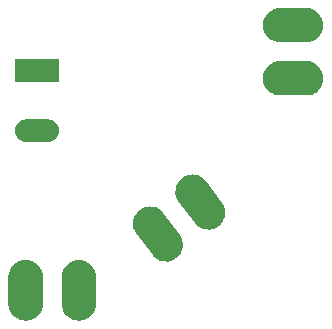
<source format=gbr>
From ec28fcd9f905358759eea98161f451567135d17e Mon Sep 17 00:00:00 2001
From: jaseg <git@jaseg.de>
Date: Sun, 27 Aug 2023 22:31:09 +0200
Subject: new driver blinkenlights

---
 corner/gerber/corner-B.Mask.gbr | 423 ----------------------------------------
 1 file changed, 423 deletions(-)
 delete mode 100644 corner/gerber/corner-B.Mask.gbr

(limited to 'corner/gerber/corner-B.Mask.gbr')

diff --git a/corner/gerber/corner-B.Mask.gbr b/corner/gerber/corner-B.Mask.gbr
deleted file mode 100644
index 9297b4a..0000000
--- a/corner/gerber/corner-B.Mask.gbr
+++ /dev/null
@@ -1,423 +0,0 @@
-G04 #@! TF.GenerationSoftware,KiCad,Pcbnew,(5.0.1)*
-G04 #@! TF.CreationDate,2018-11-27T11:01:09+09:00*
-G04 #@! TF.ProjectId,corner,636F726E65722E6B696361645F706362,rev?*
-G04 #@! TF.SameCoordinates,Original*
-G04 #@! TF.FileFunction,Soldermask,Bot*
-G04 #@! TF.FilePolarity,Negative*
-%FSLAX46Y46*%
-G04 Gerber Fmt 4.6, Leading zero omitted, Abs format (unit mm)*
-G04 Created by KiCad (PCBNEW (5.0.1)) date Tue Nov 27 11:01:09 2018*
-%MOMM*%
-%LPD*%
-G01*
-G04 APERTURE LIST*
-%ADD10C,0.100000*%
-G04 APERTURE END LIST*
-D10*
-G36*
-X152334446Y-62069995D02*
-X152496524Y-62119161D01*
-X152607961Y-62152965D01*
-X152742697Y-62224984D01*
-X152860033Y-62287701D01*
-X152860035Y-62287702D01*
-X152860034Y-62287702D01*
-X153080976Y-62469024D01*
-X153262298Y-62689966D01*
-X153397035Y-62942039D01*
-X153397035Y-62942040D01*
-X153480005Y-63215554D01*
-X153501000Y-63428724D01*
-X153501000Y-65771276D01*
-X153480005Y-65984446D01*
-X153424692Y-66166789D01*
-X153397035Y-66257961D01*
-X153325016Y-66392697D01*
-X153262300Y-66510032D01*
-X153262298Y-66510034D01*
-X153080976Y-66730976D01*
-X152860034Y-66912298D01*
-X152607960Y-67047035D01*
-X152516788Y-67074692D01*
-X152334445Y-67130005D01*
-X152050000Y-67158020D01*
-X151765554Y-67130005D01*
-X151583211Y-67074692D01*
-X151492039Y-67047035D01*
-X151357303Y-66975016D01*
-X151239967Y-66912299D01*
-X151206371Y-66884728D01*
-X151019024Y-66730976D01*
-X150837702Y-66510034D01*
-X150702965Y-66257960D01*
-X150675308Y-66166788D01*
-X150619995Y-65984445D01*
-X150599000Y-65771275D01*
-X150599001Y-63428724D01*
-X150619996Y-63215554D01*
-X150702966Y-62942040D01*
-X150702966Y-62942039D01*
-X150837703Y-62689966D01*
-X151019025Y-62469024D01*
-X151239967Y-62287702D01*
-X151239966Y-62287702D01*
-X151239968Y-62287701D01*
-X151357304Y-62224984D01*
-X151492040Y-62152965D01*
-X151603477Y-62119161D01*
-X151765555Y-62069995D01*
-X152050000Y-62041980D01*
-X152334446Y-62069995D01*
-X152334446Y-62069995D01*
-G37*
-G36*
-X156834446Y-62069995D02*
-X156996524Y-62119161D01*
-X157107961Y-62152965D01*
-X157242697Y-62224984D01*
-X157360033Y-62287701D01*
-X157360035Y-62287702D01*
-X157360034Y-62287702D01*
-X157580976Y-62469024D01*
-X157762298Y-62689966D01*
-X157897035Y-62942039D01*
-X157897035Y-62942040D01*
-X157980005Y-63215554D01*
-X158001000Y-63428724D01*
-X158001000Y-65771276D01*
-X157980005Y-65984446D01*
-X157924692Y-66166789D01*
-X157897035Y-66257961D01*
-X157825016Y-66392697D01*
-X157762300Y-66510032D01*
-X157762298Y-66510034D01*
-X157580976Y-66730976D01*
-X157360034Y-66912298D01*
-X157107960Y-67047035D01*
-X157016788Y-67074692D01*
-X156834445Y-67130005D01*
-X156550000Y-67158020D01*
-X156265554Y-67130005D01*
-X156083211Y-67074692D01*
-X155992039Y-67047035D01*
-X155857303Y-66975016D01*
-X155739967Y-66912299D01*
-X155706371Y-66884728D01*
-X155519024Y-66730976D01*
-X155337702Y-66510034D01*
-X155202965Y-66257960D01*
-X155175308Y-66166788D01*
-X155119995Y-65984445D01*
-X155099000Y-65771275D01*
-X155099001Y-63428724D01*
-X155119996Y-63215554D01*
-X155202966Y-62942040D01*
-X155202966Y-62942039D01*
-X155337703Y-62689966D01*
-X155519025Y-62469024D01*
-X155739967Y-62287702D01*
-X155739966Y-62287702D01*
-X155739968Y-62287701D01*
-X155857304Y-62224984D01*
-X155992040Y-62152965D01*
-X156103477Y-62119161D01*
-X156265555Y-62069995D01*
-X156550000Y-62041980D01*
-X156834446Y-62069995D01*
-X156834446Y-62069995D01*
-G37*
-G36*
-X162766452Y-57505613D02*
-X162793992Y-57506755D01*
-X163071768Y-57574084D01*
-X163331069Y-57694310D01*
-X163331073Y-57694313D01*
-X163561941Y-57862818D01*
-X163561945Y-57862822D01*
-X163706995Y-58020424D01*
-X165116781Y-59891270D01*
-X165201271Y-60029824D01*
-X165228303Y-60074152D01*
-X165297480Y-60262932D01*
-X165326646Y-60342524D01*
-X165370741Y-60624919D01*
-X165358897Y-60910502D01*
-X165291568Y-61188274D01*
-X165291567Y-61188277D01*
-X165171339Y-61447583D01*
-X165002834Y-61678451D01*
-X164906779Y-61766854D01*
-X164792525Y-61872009D01*
-X164548497Y-62020819D01*
-X164336699Y-62098430D01*
-X164280124Y-62119162D01*
-X163997730Y-62163257D01*
-X163997725Y-62163257D01*
-X163819241Y-62155854D01*
-X163712147Y-62151413D01*
-X163434375Y-62084084D01*
-X163434374Y-62084083D01*
-X163434372Y-62084083D01*
-X163175065Y-61963855D01*
-X162944198Y-61795350D01*
-X162836610Y-61678452D01*
-X162799139Y-61637738D01*
-X161389356Y-59766892D01*
-X161277839Y-59584018D01*
-X161277837Y-59584015D01*
-X161179495Y-59315644D01*
-X161179494Y-59315642D01*
-X161150970Y-59132966D01*
-X161135398Y-59033244D01*
-X161147243Y-58747669D01*
-X161147243Y-58747666D01*
-X161214572Y-58469890D01*
-X161334798Y-58210589D01*
-X161473595Y-58020424D01*
-X161503306Y-57979717D01*
-X161713615Y-57786159D01*
-X161957643Y-57637349D01*
-X162169441Y-57559738D01*
-X162226016Y-57539006D01*
-X162432558Y-57506755D01*
-X162508414Y-57494910D01*
-X162766452Y-57505613D01*
-X162766452Y-57505613D01*
-G37*
-G36*
-X166360312Y-54797445D02*
-X166387852Y-54798587D01*
-X166665628Y-54865916D01*
-X166924929Y-54986142D01*
-X166924933Y-54986145D01*
-X167155801Y-55154650D01*
-X167155805Y-55154654D01*
-X167300855Y-55312256D01*
-X168710641Y-57183102D01*
-X168795131Y-57321656D01*
-X168822163Y-57365984D01*
-X168885566Y-57539007D01*
-X168920506Y-57634356D01*
-X168964601Y-57916751D01*
-X168952757Y-58202334D01*
-X168887904Y-58469890D01*
-X168885427Y-58480109D01*
-X168765199Y-58739415D01*
-X168596694Y-58970283D01*
-X168528284Y-59033244D01*
-X168386385Y-59163841D01*
-X168142357Y-59312651D01*
-X167930559Y-59390262D01*
-X167873984Y-59410994D01*
-X167591590Y-59455089D01*
-X167591585Y-59455089D01*
-X167413101Y-59447686D01*
-X167306007Y-59443245D01*
-X167028235Y-59375916D01*
-X167028234Y-59375915D01*
-X167028232Y-59375915D01*
-X166768925Y-59255687D01*
-X166538058Y-59087182D01*
-X166538056Y-59087180D01*
-X166392999Y-58929570D01*
-X164983216Y-57058724D01*
-X164871699Y-56875850D01*
-X164871697Y-56875847D01*
-X164773355Y-56607476D01*
-X164773354Y-56607474D01*
-X164729259Y-56325080D01*
-X164729258Y-56325076D01*
-X164741103Y-56039501D01*
-X164741103Y-56039498D01*
-X164808432Y-55761722D01*
-X164928658Y-55502421D01*
-X165067455Y-55312256D01*
-X165097166Y-55271549D01*
-X165307475Y-55077991D01*
-X165551503Y-54929181D01*
-X165763301Y-54851570D01*
-X165819876Y-54830838D01*
-X166026418Y-54798587D01*
-X166102274Y-54786742D01*
-X166360312Y-54797445D01*
-X166360312Y-54797445D01*
-G37*
-G36*
-X154086425Y-50142760D02*
-X154086428Y-50142761D01*
-X154086429Y-50142761D01*
-X154265693Y-50197140D01*
-X154265695Y-50197141D01*
-X154430905Y-50285448D01*
-X154575712Y-50404288D01*
-X154694552Y-50549095D01*
-X154782859Y-50714305D01*
-X154837240Y-50893575D01*
-X154855601Y-51080000D01*
-X154837240Y-51266425D01*
-X154782859Y-51445695D01*
-X154694552Y-51610905D01*
-X154575712Y-51755712D01*
-X154430905Y-51874552D01*
-X154430903Y-51874553D01*
-X154265693Y-51962860D01*
-X154086429Y-52017239D01*
-X154086428Y-52017239D01*
-X154086425Y-52017240D01*
-X153946718Y-52031000D01*
-X152053282Y-52031000D01*
-X151913575Y-52017240D01*
-X151913572Y-52017239D01*
-X151913571Y-52017239D01*
-X151734307Y-51962860D01*
-X151569097Y-51874553D01*
-X151569095Y-51874552D01*
-X151424288Y-51755712D01*
-X151305448Y-51610905D01*
-X151217141Y-51445695D01*
-X151162760Y-51266425D01*
-X151144399Y-51080000D01*
-X151162760Y-50893575D01*
-X151217141Y-50714305D01*
-X151305448Y-50549095D01*
-X151424288Y-50404288D01*
-X151569095Y-50285448D01*
-X151734305Y-50197141D01*
-X151734307Y-50197140D01*
-X151913571Y-50142761D01*
-X151913572Y-50142761D01*
-X151913575Y-50142760D01*
-X152053282Y-50129000D01*
-X153946718Y-50129000D01*
-X154086425Y-50142760D01*
-X154086425Y-50142760D01*
-G37*
-G36*
-X175977861Y-45209497D02*
-X176084446Y-45219995D01*
-X176266789Y-45275308D01*
-X176357961Y-45302965D01*
-X176492697Y-45374984D01*
-X176610033Y-45437701D01*
-X176610035Y-45437702D01*
-X176610034Y-45437702D01*
-X176830976Y-45619024D01*
-X177012298Y-45839966D01*
-X177147035Y-46092039D01*
-X177147035Y-46092040D01*
-X177230005Y-46365554D01*
-X177258020Y-46650000D01*
-X177230005Y-46934446D01*
-X177224983Y-46951000D01*
-X177147035Y-47207961D01*
-X177075016Y-47342697D01*
-X177012299Y-47460033D01*
-X176830976Y-47680976D01*
-X176610033Y-47862299D01*
-X176492697Y-47925016D01*
-X176357961Y-47997035D01*
-X176266789Y-48024692D01*
-X176084446Y-48080005D01*
-X175977861Y-48090503D01*
-X175871278Y-48101000D01*
-X173528722Y-48101000D01*
-X173422139Y-48090503D01*
-X173315554Y-48080005D01*
-X173133211Y-48024692D01*
-X173042039Y-47997035D01*
-X172907303Y-47925016D01*
-X172789967Y-47862299D01*
-X172569024Y-47680976D01*
-X172387701Y-47460033D01*
-X172324984Y-47342697D01*
-X172252965Y-47207961D01*
-X172175017Y-46951000D01*
-X172169995Y-46934446D01*
-X172141980Y-46650000D01*
-X172169995Y-46365554D01*
-X172252965Y-46092040D01*
-X172252965Y-46092039D01*
-X172387702Y-45839966D01*
-X172569024Y-45619024D01*
-X172789966Y-45437702D01*
-X172789965Y-45437702D01*
-X172789967Y-45437701D01*
-X172907303Y-45374984D01*
-X173042039Y-45302965D01*
-X173133211Y-45275308D01*
-X173315554Y-45219995D01*
-X173422139Y-45209497D01*
-X173528722Y-45199000D01*
-X175871278Y-45199000D01*
-X175977861Y-45209497D01*
-X175977861Y-45209497D01*
-G37*
-G36*
-X154851000Y-46951000D02*
-X151149000Y-46951000D01*
-X151149000Y-45049000D01*
-X154851000Y-45049000D01*
-X154851000Y-46951000D01*
-X154851000Y-46951000D01*
-G37*
-G36*
-X175977861Y-40709497D02*
-X176084446Y-40719995D01*
-X176266789Y-40775308D01*
-X176357961Y-40802965D01*
-X176492697Y-40874984D01*
-X176610033Y-40937701D01*
-X176610035Y-40937702D01*
-X176610034Y-40937702D01*
-X176830976Y-41119024D01*
-X177012298Y-41339966D01*
-X177147035Y-41592039D01*
-X177147035Y-41592040D01*
-X177230005Y-41865554D01*
-X177258020Y-42150000D01*
-X177230005Y-42434446D01*
-X177174692Y-42616789D01*
-X177147035Y-42707961D01*
-X177075016Y-42842697D01*
-X177012299Y-42960033D01*
-X176830976Y-43180976D01*
-X176610033Y-43362299D01*
-X176492697Y-43425016D01*
-X176357961Y-43497035D01*
-X176266789Y-43524692D01*
-X176084446Y-43580005D01*
-X175977861Y-43590502D01*
-X175871278Y-43601000D01*
-X173528722Y-43601000D01*
-X173422139Y-43590503D01*
-X173315554Y-43580005D01*
-X173133211Y-43524692D01*
-X173042039Y-43497035D01*
-X172907303Y-43425016D01*
-X172789967Y-43362299D01*
-X172569024Y-43180976D01*
-X172387701Y-42960033D01*
-X172324984Y-42842697D01*
-X172252965Y-42707961D01*
-X172225308Y-42616789D01*
-X172169995Y-42434446D01*
-X172141980Y-42150000D01*
-X172169995Y-41865554D01*
-X172252965Y-41592040D01*
-X172252965Y-41592039D01*
-X172387702Y-41339966D01*
-X172569024Y-41119024D01*
-X172789966Y-40937702D01*
-X172789965Y-40937702D01*
-X172789967Y-40937701D01*
-X172907303Y-40874984D01*
-X173042039Y-40802965D01*
-X173133211Y-40775308D01*
-X173315554Y-40719995D01*
-X173422139Y-40709497D01*
-X173528722Y-40699000D01*
-X175871278Y-40699000D01*
-X175977861Y-40709497D01*
-X175977861Y-40709497D01*
-G37*
-M02*
-- 
cgit 


</source>
